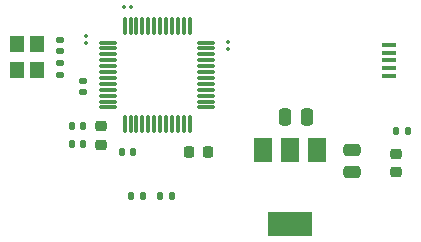
<source format=gbr>
%TF.GenerationSoftware,KiCad,Pcbnew,7.0.1*%
%TF.CreationDate,2023-03-27T05:29:06+01:00*%
%TF.ProjectId,1,312e6b69-6361-4645-9f70-636258585858,rev?*%
%TF.SameCoordinates,Original*%
%TF.FileFunction,Paste,Top*%
%TF.FilePolarity,Positive*%
%FSLAX46Y46*%
G04 Gerber Fmt 4.6, Leading zero omitted, Abs format (unit mm)*
G04 Created by KiCad (PCBNEW 7.0.1) date 2023-03-27 05:29:06*
%MOMM*%
%LPD*%
G01*
G04 APERTURE LIST*
G04 Aperture macros list*
%AMRoundRect*
0 Rectangle with rounded corners*
0 $1 Rounding radius*
0 $2 $3 $4 $5 $6 $7 $8 $9 X,Y pos of 4 corners*
0 Add a 4 corners polygon primitive as box body*
4,1,4,$2,$3,$4,$5,$6,$7,$8,$9,$2,$3,0*
0 Add four circle primitives for the rounded corners*
1,1,$1+$1,$2,$3*
1,1,$1+$1,$4,$5*
1,1,$1+$1,$6,$7*
1,1,$1+$1,$8,$9*
0 Add four rect primitives between the rounded corners*
20,1,$1+$1,$2,$3,$4,$5,0*
20,1,$1+$1,$4,$5,$6,$7,0*
20,1,$1+$1,$6,$7,$8,$9,0*
20,1,$1+$1,$8,$9,$2,$3,0*%
G04 Aperture macros list end*
%ADD10RoundRect,0.140000X0.170000X-0.140000X0.170000X0.140000X-0.170000X0.140000X-0.170000X-0.140000X0*%
%ADD11RoundRect,0.067500X-0.067500X0.067500X-0.067500X-0.067500X0.067500X-0.067500X0.067500X0.067500X0*%
%ADD12RoundRect,0.135000X0.135000X0.185000X-0.135000X0.185000X-0.135000X-0.185000X0.135000X-0.185000X0*%
%ADD13R,1.500000X2.000000*%
%ADD14R,3.800000X2.000000*%
%ADD15RoundRect,0.250000X0.475000X-0.250000X0.475000X0.250000X-0.475000X0.250000X-0.475000X-0.250000X0*%
%ADD16RoundRect,0.075000X-0.075000X-0.662500X0.075000X-0.662500X0.075000X0.662500X-0.075000X0.662500X0*%
%ADD17RoundRect,0.075000X-0.662500X-0.075000X0.662500X-0.075000X0.662500X0.075000X-0.662500X0.075000X0*%
%ADD18R,1.300000X0.450000*%
%ADD19RoundRect,0.225000X0.225000X0.250000X-0.225000X0.250000X-0.225000X-0.250000X0.225000X-0.250000X0*%
%ADD20RoundRect,0.140000X0.140000X0.170000X-0.140000X0.170000X-0.140000X-0.170000X0.140000X-0.170000X0*%
%ADD21RoundRect,0.135000X-0.135000X-0.185000X0.135000X-0.185000X0.135000X0.185000X-0.135000X0.185000X0*%
%ADD22RoundRect,0.250000X-0.250000X-0.475000X0.250000X-0.475000X0.250000X0.475000X-0.250000X0.475000X0*%
%ADD23RoundRect,0.140000X-0.140000X-0.170000X0.140000X-0.170000X0.140000X0.170000X-0.140000X0.170000X0*%
%ADD24R,1.200000X1.400000*%
%ADD25RoundRect,0.067500X-0.067500X-0.067500X0.067500X-0.067500X0.067500X0.067500X-0.067500X0.067500X0*%
%ADD26RoundRect,0.218750X-0.256250X0.218750X-0.256250X-0.218750X0.256250X-0.218750X0.256250X0.218750X0*%
%ADD27RoundRect,0.067500X0.067500X-0.067500X0.067500X0.067500X-0.067500X0.067500X-0.067500X-0.067500X0*%
G04 APERTURE END LIST*
D10*
%TO.C,C7*%
X108250000Y-66480000D03*
X108250000Y-65520000D03*
%TD*%
D11*
%TO.C,C5*%
X120500000Y-62225000D03*
X120500000Y-62775000D03*
%TD*%
D12*
%TO.C,R2*%
X113270000Y-75250000D03*
X112250000Y-75250000D03*
%TD*%
D13*
%TO.C,U2*%
X128050000Y-71350000D03*
X125750000Y-71350000D03*
D14*
X125750000Y-77650000D03*
D13*
X123450000Y-71350000D03*
%TD*%
D15*
%TO.C,C2*%
X131000000Y-73250000D03*
X131000000Y-71350000D03*
%TD*%
D16*
%TO.C,U1*%
X111750000Y-60837500D03*
X112250000Y-60837500D03*
X112750000Y-60837500D03*
X113250000Y-60837500D03*
X113750000Y-60837500D03*
X114250000Y-60837500D03*
X114750000Y-60837500D03*
X115250000Y-60837500D03*
X115750000Y-60837500D03*
X116250000Y-60837500D03*
X116750000Y-60837500D03*
X117250000Y-60837500D03*
D17*
X118662500Y-62250000D03*
X118662500Y-62750000D03*
X118662500Y-63250000D03*
X118662500Y-63750000D03*
X118662500Y-64250000D03*
X118662500Y-64750000D03*
X118662500Y-65250000D03*
X118662500Y-65750000D03*
X118662500Y-66250000D03*
X118662500Y-66750000D03*
X118662500Y-67250000D03*
X118662500Y-67750000D03*
D16*
X117250000Y-69162500D03*
X116750000Y-69162500D03*
X116250000Y-69162500D03*
X115750000Y-69162500D03*
X115250000Y-69162500D03*
X114750000Y-69162500D03*
X114250000Y-69162500D03*
X113750000Y-69162500D03*
X113250000Y-69162500D03*
X112750000Y-69162500D03*
X112250000Y-69162500D03*
X111750000Y-69162500D03*
D17*
X110337500Y-67750000D03*
X110337500Y-67250000D03*
X110337500Y-66750000D03*
X110337500Y-66250000D03*
X110337500Y-65750000D03*
X110337500Y-65250000D03*
X110337500Y-64750000D03*
X110337500Y-64250000D03*
X110337500Y-63750000D03*
X110337500Y-63250000D03*
X110337500Y-62750000D03*
X110337500Y-62250000D03*
%TD*%
D18*
%TO.C,J1*%
X134100000Y-62450000D03*
X134100000Y-63100000D03*
X134100000Y-63750000D03*
X134100000Y-64400000D03*
X134100000Y-65050000D03*
%TD*%
D19*
%TO.C,C3*%
X118775000Y-71500000D03*
X117225000Y-71500000D03*
%TD*%
D20*
%TO.C,C9*%
X108230000Y-70837500D03*
X107270000Y-70837500D03*
%TD*%
D21*
%TO.C,R3*%
X114750000Y-75250000D03*
X115770000Y-75250000D03*
%TD*%
D22*
%TO.C,C1*%
X125300000Y-68550000D03*
X127200000Y-68550000D03*
%TD*%
D23*
%TO.C,C10*%
X111540000Y-71500000D03*
X112500000Y-71500000D03*
%TD*%
D12*
%TO.C,R1*%
X135770000Y-69750000D03*
X134750000Y-69750000D03*
%TD*%
D20*
%TO.C,C8*%
X108230000Y-69337500D03*
X107270000Y-69337500D03*
%TD*%
D24*
%TO.C,Y1*%
X102650000Y-62400000D03*
X102650000Y-64600000D03*
X104350000Y-64600000D03*
X104350000Y-62400000D03*
%TD*%
D10*
%TO.C,C12*%
X106250000Y-64960000D03*
X106250000Y-64000000D03*
%TD*%
D25*
%TO.C,C6*%
X111725000Y-59250000D03*
X112275000Y-59250000D03*
%TD*%
D10*
%TO.C,C11*%
X106250000Y-62960000D03*
X106250000Y-62000000D03*
%TD*%
D26*
%TO.C,D1*%
X134750000Y-71675000D03*
X134750000Y-73250000D03*
%TD*%
%TO.C,FB1*%
X109750000Y-69337500D03*
X109750000Y-70912500D03*
%TD*%
D27*
%TO.C,C4*%
X108500000Y-62275000D03*
X108500000Y-61725000D03*
%TD*%
M02*

</source>
